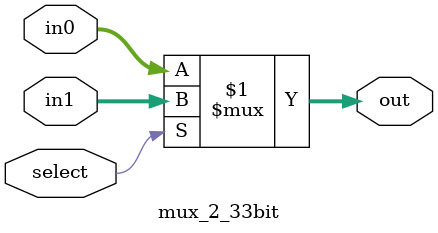
<source format=v>
module mux_2_33bit(select, in0, in1, out);
  input select;
  input [32:0] in0, in1;
  output [32:0] out;
  assign out = select ? in1 : in0;
endmodule

</source>
